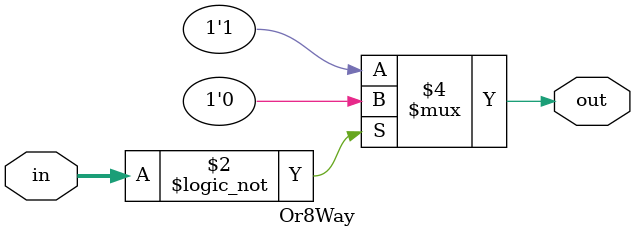
<source format=v>
`ifndef _or8way_h_
`define _or8way_h_

`timescale 1ns / 1ps
module Or8Way(
    input [7:0] in,
    output reg out
    );

	always @* begin
		if (in == 8'b0) begin
			out = 1'b0;
		end else begin
			out = 1'b1;
		end
	end

endmodule

`endif
</source>
